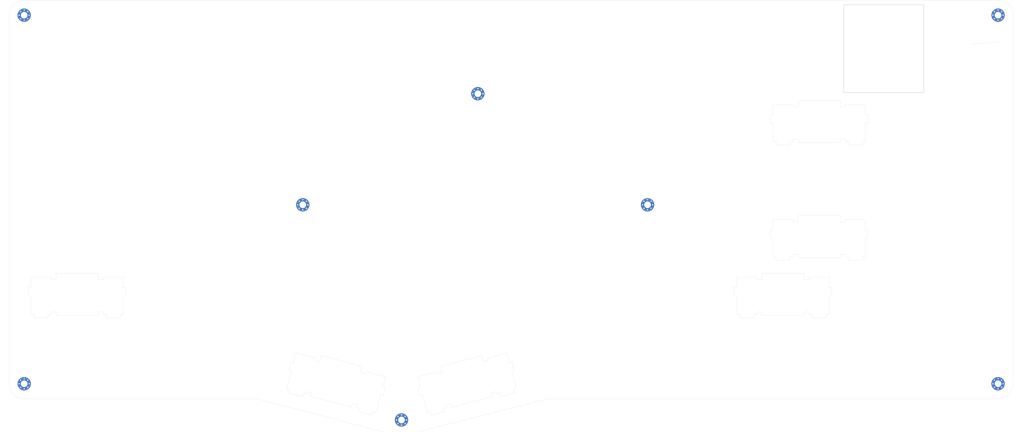
<source format=kicad_pcb>
(kicad_pcb (version 20171130) (host pcbnew 5.1.5+dfsg1-2build2)

  (general
    (thickness 1.6)
    (drawings 234)
    (tracks 0)
    (zones 0)
    (modules 8)
    (nets 2)
  )

  (page A3)
  (layers
    (0 F.Cu signal)
    (31 B.Cu signal)
    (32 B.Adhes user)
    (33 F.Adhes user)
    (34 B.Paste user)
    (35 F.Paste user)
    (36 B.SilkS user)
    (37 F.SilkS user)
    (38 B.Mask user)
    (39 F.Mask user)
    (40 Dwgs.User user)
    (41 Cmts.User user)
    (42 Eco1.User user)
    (43 Eco2.User user)
    (44 Edge.Cuts user)
    (45 Margin user)
    (46 B.CrtYd user)
    (47 F.CrtYd user)
    (48 B.Fab user)
    (49 F.Fab user)
  )

  (setup
    (last_trace_width 0.254)
    (user_trace_width 0.254)
    (trace_clearance 0.2)
    (zone_clearance 0.508)
    (zone_45_only no)
    (trace_min 0.2)
    (via_size 0.8)
    (via_drill 0.4)
    (via_min_size 0.4)
    (via_min_drill 0.3)
    (uvia_size 0.3)
    (uvia_drill 0.1)
    (uvias_allowed no)
    (uvia_min_size 0.2)
    (uvia_min_drill 0.1)
    (edge_width 0.05)
    (segment_width 0.2)
    (pcb_text_width 0.3)
    (pcb_text_size 1.5 1.5)
    (mod_edge_width 0.12)
    (mod_text_size 1 1)
    (mod_text_width 0.15)
    (pad_size 4.4 4.4)
    (pad_drill 2.2)
    (pad_to_mask_clearance 0.05)
    (aux_axis_origin 55.88 78.232)
    (grid_origin 55.89 78.232)
    (visible_elements 7FFFFFFF)
    (pcbplotparams
      (layerselection 0x010fc_ffffffff)
      (usegerberextensions false)
      (usegerberattributes true)
      (usegerberadvancedattributes true)
      (creategerberjobfile true)
      (excludeedgelayer true)
      (linewidth 0.100000)
      (plotframeref false)
      (viasonmask false)
      (mode 1)
      (useauxorigin false)
      (hpglpennumber 1)
      (hpglpenspeed 20)
      (hpglpendiameter 15.000000)
      (psnegative false)
      (psa4output false)
      (plotreference true)
      (plotvalue true)
      (plotinvisibletext false)
      (padsonsilk false)
      (subtractmaskfromsilk false)
      (outputformat 1)
      (mirror false)
      (drillshape 0)
      (scaleselection 1)
      (outputdirectory "gerber/"))
  )

  (net 0 "")
  (net 1 GND)

  (net_class Default "This is the default net class."
    (clearance 0.2)
    (trace_width 0.254)
    (via_dia 0.8)
    (via_drill 0.4)
    (uvia_dia 0.3)
    (uvia_drill 0.1)
  )

  (module keyboard:MountingHole_2.2mm_M2_Pad_Via (layer F.Cu) (tedit 613D0AD2) (tstamp 613D0ECB)
    (at 60.88 83.232)
    (descr "Mounting Hole 2.2mm, M2")
    (tags "mounting hole 2.2mm m2")
    (path /613EE8B0)
    (attr virtual)
    (fp_text reference MountBaseMiddleTop1 (at 0 -3.2) (layer F.SilkS) hide
      (effects (font (size 1 1) (thickness 0.15)))
    )
    (fp_text value MountingHole (at 0 3.2) (layer F.Fab)
      (effects (font (size 1 1) (thickness 0.15)))
    )
    (fp_circle (center 0 0) (end 2.2 0) (layer Cmts.User) (width 0.15))
    (fp_circle (center 0 0) (end 2.45 0) (layer F.CrtYd) (width 0.05))
    (fp_text user %R (at 0.3 0) (layer F.Fab)
      (effects (font (size 1 1) (thickness 0.15)))
    )
    (pad 1 thru_hole circle (at 1.166726 -1.166726) (size 0.7 0.7) (drill 0.4) (layers *.Cu *.Mask))
    (pad 1 thru_hole circle (at 0 -1.65) (size 0.7 0.7) (drill 0.4) (layers *.Cu *.Mask))
    (pad 1 thru_hole circle (at -1.166726 -1.166726) (size 0.7 0.7) (drill 0.4) (layers *.Cu *.Mask))
    (pad 1 thru_hole circle (at -1.65 0) (size 0.7 0.7) (drill 0.4) (layers *.Cu *.Mask))
    (pad 1 thru_hole circle (at -1.166726 1.166726) (size 0.7 0.7) (drill 0.4) (layers *.Cu *.Mask))
    (pad 1 thru_hole circle (at 0 1.65) (size 0.7 0.7) (drill 0.4) (layers *.Cu *.Mask))
    (pad 1 thru_hole circle (at 1.166726 1.166726) (size 0.7 0.7) (drill 0.4) (layers *.Cu *.Mask))
    (pad 1 thru_hole circle (at 1.65 0) (size 0.7 0.7) (drill 0.4) (layers *.Cu *.Mask))
    (pad 1 thru_hole circle (at 0 0) (size 4.4 4.4) (drill 2.2) (layers *.Cu *.Mask))
  )

  (module keyboard:MountingHole_2.2mm_M2_Pad_Via (layer F.Cu) (tedit 613D0AD2) (tstamp 613D0EDE)
    (at 60.89 205.232)
    (descr "Mounting Hole 2.2mm, M2")
    (tags "mounting hole 2.2mm m2")
    (path /613F05DB)
    (attr virtual)
    (fp_text reference MountBaseMiddleTop2 (at 0 -3.2) (layer F.SilkS) hide
      (effects (font (size 1 1) (thickness 0.15)))
    )
    (fp_text value MountingHole (at 0 3.2) (layer F.Fab)
      (effects (font (size 1 1) (thickness 0.15)))
    )
    (fp_circle (center 0 0) (end 2.2 0) (layer Cmts.User) (width 0.15))
    (fp_circle (center 0 0) (end 2.45 0) (layer F.CrtYd) (width 0.05))
    (fp_text user %R (at 0.3 0) (layer F.Fab)
      (effects (font (size 1 1) (thickness 0.15)))
    )
    (pad 1 thru_hole circle (at 1.166726 -1.166726) (size 0.7 0.7) (drill 0.4) (layers *.Cu *.Mask))
    (pad 1 thru_hole circle (at 0 -1.65) (size 0.7 0.7) (drill 0.4) (layers *.Cu *.Mask))
    (pad 1 thru_hole circle (at -1.166726 -1.166726) (size 0.7 0.7) (drill 0.4) (layers *.Cu *.Mask))
    (pad 1 thru_hole circle (at -1.65 0) (size 0.7 0.7) (drill 0.4) (layers *.Cu *.Mask))
    (pad 1 thru_hole circle (at -1.166726 1.166726) (size 0.7 0.7) (drill 0.4) (layers *.Cu *.Mask))
    (pad 1 thru_hole circle (at 0 1.65) (size 0.7 0.7) (drill 0.4) (layers *.Cu *.Mask))
    (pad 1 thru_hole circle (at 1.166726 1.166726) (size 0.7 0.7) (drill 0.4) (layers *.Cu *.Mask))
    (pad 1 thru_hole circle (at 1.65 0) (size 0.7 0.7) (drill 0.4) (layers *.Cu *.Mask))
    (pad 1 thru_hole circle (at 0 0) (size 4.4 4.4) (drill 2.2) (layers *.Cu *.Mask))
  )

  (module keyboard:MountingHole_2.2mm_M2_Pad_Via (layer F.Cu) (tedit 613D0AD2) (tstamp 613D98E4)
    (at 382.89 83.232)
    (descr "Mounting Hole 2.2mm, M2")
    (tags "mounting hole 2.2mm m2")
    (path /6140E5D0)
    (attr virtual)
    (fp_text reference MountBaseMiddleTop3 (at 0 -3.2) (layer F.SilkS) hide
      (effects (font (size 1 1) (thickness 0.15)))
    )
    (fp_text value MountingHole (at 0 3.2) (layer F.Fab)
      (effects (font (size 1 1) (thickness 0.15)))
    )
    (fp_circle (center 0 0) (end 2.2 0) (layer Cmts.User) (width 0.15))
    (fp_circle (center 0 0) (end 2.45 0) (layer F.CrtYd) (width 0.05))
    (fp_text user %R (at 0.3 0) (layer F.Fab)
      (effects (font (size 1 1) (thickness 0.15)))
    )
    (pad 1 thru_hole circle (at 1.166726 -1.166726) (size 0.7 0.7) (drill 0.4) (layers *.Cu *.Mask))
    (pad 1 thru_hole circle (at 0 -1.65) (size 0.7 0.7) (drill 0.4) (layers *.Cu *.Mask))
    (pad 1 thru_hole circle (at -1.166726 -1.166726) (size 0.7 0.7) (drill 0.4) (layers *.Cu *.Mask))
    (pad 1 thru_hole circle (at -1.65 0) (size 0.7 0.7) (drill 0.4) (layers *.Cu *.Mask))
    (pad 1 thru_hole circle (at -1.166726 1.166726) (size 0.7 0.7) (drill 0.4) (layers *.Cu *.Mask))
    (pad 1 thru_hole circle (at 0 1.65) (size 0.7 0.7) (drill 0.4) (layers *.Cu *.Mask))
    (pad 1 thru_hole circle (at 1.166726 1.166726) (size 0.7 0.7) (drill 0.4) (layers *.Cu *.Mask))
    (pad 1 thru_hole circle (at 1.65 0) (size 0.7 0.7) (drill 0.4) (layers *.Cu *.Mask))
    (pad 1 thru_hole circle (at 0 0) (size 4.4 4.4) (drill 2.2) (layers *.Cu *.Mask))
  )

  (module keyboard:MountingHole_2.2mm_M2_Pad_Via (layer F.Cu) (tedit 613D0AD2) (tstamp 613D9911)
    (at 382.89 205.232)
    (descr "Mounting Hole 2.2mm, M2")
    (tags "mounting hole 2.2mm m2")
    (path /6142C521)
    (attr virtual)
    (fp_text reference MountBaseMiddleTop4 (at 0 -3.2) (layer F.SilkS) hide
      (effects (font (size 1 1) (thickness 0.15)))
    )
    (fp_text value MountingHole (at 0 3.2) (layer F.Fab)
      (effects (font (size 1 1) (thickness 0.15)))
    )
    (fp_circle (center 0 0) (end 2.2 0) (layer Cmts.User) (width 0.15))
    (fp_circle (center 0 0) (end 2.45 0) (layer F.CrtYd) (width 0.05))
    (fp_text user %R (at 0.3 0) (layer F.Fab)
      (effects (font (size 1 1) (thickness 0.15)))
    )
    (pad 1 thru_hole circle (at 1.166726 -1.166726) (size 0.7 0.7) (drill 0.4) (layers *.Cu *.Mask))
    (pad 1 thru_hole circle (at 0 -1.65) (size 0.7 0.7) (drill 0.4) (layers *.Cu *.Mask))
    (pad 1 thru_hole circle (at -1.166726 -1.166726) (size 0.7 0.7) (drill 0.4) (layers *.Cu *.Mask))
    (pad 1 thru_hole circle (at -1.65 0) (size 0.7 0.7) (drill 0.4) (layers *.Cu *.Mask))
    (pad 1 thru_hole circle (at -1.166726 1.166726) (size 0.7 0.7) (drill 0.4) (layers *.Cu *.Mask))
    (pad 1 thru_hole circle (at 0 1.65) (size 0.7 0.7) (drill 0.4) (layers *.Cu *.Mask))
    (pad 1 thru_hole circle (at 1.166726 1.166726) (size 0.7 0.7) (drill 0.4) (layers *.Cu *.Mask))
    (pad 1 thru_hole circle (at 1.65 0) (size 0.7 0.7) (drill 0.4) (layers *.Cu *.Mask))
    (pad 1 thru_hole circle (at 0 0) (size 4.4 4.4) (drill 2.2) (layers *.Cu *.Mask))
  )

  (module keyboard:MountingHole_2.2mm_M2_Pad_Via (layer F.Cu) (tedit 613D0AD2) (tstamp 613D0F17)
    (at 267 146)
    (descr "Mounting Hole 2.2mm, M2")
    (tags "mounting hole 2.2mm m2")
    (path /6144A4AD)
    (attr virtual)
    (fp_text reference MountBaseMiddleTop5 (at 0 -3.2) (layer F.SilkS) hide
      (effects (font (size 1 1) (thickness 0.15)))
    )
    (fp_text value MountingHole (at 0 3.2) (layer F.Fab)
      (effects (font (size 1 1) (thickness 0.15)))
    )
    (fp_circle (center 0 0) (end 2.2 0) (layer Cmts.User) (width 0.15))
    (fp_circle (center 0 0) (end 2.45 0) (layer F.CrtYd) (width 0.05))
    (fp_text user %R (at 0.3 0) (layer F.Fab)
      (effects (font (size 1 1) (thickness 0.15)))
    )
    (pad 1 thru_hole circle (at 1.166726 -1.166726) (size 0.7 0.7) (drill 0.4) (layers *.Cu *.Mask))
    (pad 1 thru_hole circle (at 0 -1.65) (size 0.7 0.7) (drill 0.4) (layers *.Cu *.Mask))
    (pad 1 thru_hole circle (at -1.166726 -1.166726) (size 0.7 0.7) (drill 0.4) (layers *.Cu *.Mask))
    (pad 1 thru_hole circle (at -1.65 0) (size 0.7 0.7) (drill 0.4) (layers *.Cu *.Mask))
    (pad 1 thru_hole circle (at -1.166726 1.166726) (size 0.7 0.7) (drill 0.4) (layers *.Cu *.Mask))
    (pad 1 thru_hole circle (at 0 1.65) (size 0.7 0.7) (drill 0.4) (layers *.Cu *.Mask))
    (pad 1 thru_hole circle (at 1.166726 1.166726) (size 0.7 0.7) (drill 0.4) (layers *.Cu *.Mask))
    (pad 1 thru_hole circle (at 1.65 0) (size 0.7 0.7) (drill 0.4) (layers *.Cu *.Mask))
    (pad 1 thru_hole circle (at 0 0) (size 4.4 4.4) (drill 2.2) (layers *.Cu *.Mask))
  )

  (module keyboard:MountingHole_2.2mm_M2_Pad_Via (layer F.Cu) (tedit 613D0AD2) (tstamp 613D0F2A)
    (at 153 146)
    (descr "Mounting Hole 2.2mm, M2")
    (tags "mounting hole 2.2mm m2")
    (path /61468462)
    (attr virtual)
    (fp_text reference MountBaseMiddleTop6 (at 0 -3.2) (layer F.SilkS) hide
      (effects (font (size 1 1) (thickness 0.15)))
    )
    (fp_text value MountingHole (at 0 3.2) (layer F.Fab)
      (effects (font (size 1 1) (thickness 0.15)))
    )
    (fp_circle (center 0 0) (end 2.2 0) (layer Cmts.User) (width 0.15))
    (fp_circle (center 0 0) (end 2.45 0) (layer F.CrtYd) (width 0.05))
    (fp_text user %R (at 0.3 0) (layer F.Fab)
      (effects (font (size 1 1) (thickness 0.15)))
    )
    (pad 1 thru_hole circle (at 1.166726 -1.166726) (size 0.7 0.7) (drill 0.4) (layers *.Cu *.Mask))
    (pad 1 thru_hole circle (at 0 -1.65) (size 0.7 0.7) (drill 0.4) (layers *.Cu *.Mask))
    (pad 1 thru_hole circle (at -1.166726 -1.166726) (size 0.7 0.7) (drill 0.4) (layers *.Cu *.Mask))
    (pad 1 thru_hole circle (at -1.65 0) (size 0.7 0.7) (drill 0.4) (layers *.Cu *.Mask))
    (pad 1 thru_hole circle (at -1.166726 1.166726) (size 0.7 0.7) (drill 0.4) (layers *.Cu *.Mask))
    (pad 1 thru_hole circle (at 0 1.65) (size 0.7 0.7) (drill 0.4) (layers *.Cu *.Mask))
    (pad 1 thru_hole circle (at 1.166726 1.166726) (size 0.7 0.7) (drill 0.4) (layers *.Cu *.Mask))
    (pad 1 thru_hole circle (at 1.65 0) (size 0.7 0.7) (drill 0.4) (layers *.Cu *.Mask))
    (pad 1 thru_hole circle (at 0 0) (size 4.4 4.4) (drill 2.2) (layers *.Cu *.Mask))
  )

  (module keyboard:MountingHole_2.2mm_M2_Pad_Via (layer F.Cu) (tedit 613D0AD2) (tstamp 613D0F3D)
    (at 210.89 109.232)
    (descr "Mounting Hole 2.2mm, M2")
    (tags "mounting hole 2.2mm m2")
    (path /615C07FA)
    (attr virtual)
    (fp_text reference MountBaseMiddleTop7 (at 0 -3.2) (layer F.SilkS) hide
      (effects (font (size 1 1) (thickness 0.15)))
    )
    (fp_text value MountingHole (at 0 3.2) (layer F.Fab)
      (effects (font (size 1 1) (thickness 0.15)))
    )
    (fp_circle (center 0 0) (end 2.2 0) (layer Cmts.User) (width 0.15))
    (fp_circle (center 0 0) (end 2.45 0) (layer F.CrtYd) (width 0.05))
    (fp_text user %R (at 0.3 0) (layer F.Fab)
      (effects (font (size 1 1) (thickness 0.15)))
    )
    (pad 1 thru_hole circle (at 1.166726 -1.166726) (size 0.7 0.7) (drill 0.4) (layers *.Cu *.Mask))
    (pad 1 thru_hole circle (at 0 -1.65) (size 0.7 0.7) (drill 0.4) (layers *.Cu *.Mask))
    (pad 1 thru_hole circle (at -1.166726 -1.166726) (size 0.7 0.7) (drill 0.4) (layers *.Cu *.Mask))
    (pad 1 thru_hole circle (at -1.65 0) (size 0.7 0.7) (drill 0.4) (layers *.Cu *.Mask))
    (pad 1 thru_hole circle (at -1.166726 1.166726) (size 0.7 0.7) (drill 0.4) (layers *.Cu *.Mask))
    (pad 1 thru_hole circle (at 0 1.65) (size 0.7 0.7) (drill 0.4) (layers *.Cu *.Mask))
    (pad 1 thru_hole circle (at 1.166726 1.166726) (size 0.7 0.7) (drill 0.4) (layers *.Cu *.Mask))
    (pad 1 thru_hole circle (at 1.65 0) (size 0.7 0.7) (drill 0.4) (layers *.Cu *.Mask))
    (pad 1 thru_hole circle (at 0 0) (size 4.4 4.4) (drill 2.2) (layers *.Cu *.Mask))
  )

  (module keyboard:MountingHole_2.2mm_M2_Pad_Via (layer F.Cu) (tedit 613D0AD2) (tstamp 613D0F50)
    (at 185.65 217.232)
    (descr "Mounting Hole 2.2mm, M2")
    (tags "mounting hole 2.2mm m2")
    (path /615C0800)
    (attr virtual)
    (fp_text reference MountBaseMiddleTop8 (at 0 -3.2) (layer F.SilkS) hide
      (effects (font (size 1 1) (thickness 0.15)))
    )
    (fp_text value MountingHole (at 0 3.2) (layer F.Fab)
      (effects (font (size 1 1) (thickness 0.15)))
    )
    (fp_circle (center 0 0) (end 2.2 0) (layer Cmts.User) (width 0.15))
    (fp_circle (center 0 0) (end 2.45 0) (layer F.CrtYd) (width 0.05))
    (fp_text user %R (at 0.3 0) (layer F.Fab)
      (effects (font (size 1 1) (thickness 0.15)))
    )
    (pad 1 thru_hole circle (at 1.166726 -1.166726) (size 0.7 0.7) (drill 0.4) (layers *.Cu *.Mask))
    (pad 1 thru_hole circle (at 0 -1.65) (size 0.7 0.7) (drill 0.4) (layers *.Cu *.Mask))
    (pad 1 thru_hole circle (at -1.166726 -1.166726) (size 0.7 0.7) (drill 0.4) (layers *.Cu *.Mask))
    (pad 1 thru_hole circle (at -1.65 0) (size 0.7 0.7) (drill 0.4) (layers *.Cu *.Mask))
    (pad 1 thru_hole circle (at -1.166726 1.166726) (size 0.7 0.7) (drill 0.4) (layers *.Cu *.Mask))
    (pad 1 thru_hole circle (at 0 1.65) (size 0.7 0.7) (drill 0.4) (layers *.Cu *.Mask))
    (pad 1 thru_hole circle (at 1.166726 1.166726) (size 0.7 0.7) (drill 0.4) (layers *.Cu *.Mask))
    (pad 1 thru_hole circle (at 1.65 0) (size 0.7 0.7) (drill 0.4) (layers *.Cu *.Mask))
    (pad 1 thru_hole circle (at 0 0) (size 4.4 4.4) (drill 2.2) (layers *.Cu *.Mask))
  )

  (gr_line (start 373.97 92.92) (end 383.97 91.92) (layer Edge.Cuts) (width 0.05))
  (gr_line (start 218.534761 209.45944) (end 218.232357 208.330853) (layer Edge.Cuts) (width 0.05))
  (gr_line (start 222.187757 198.067401) (end 222.910898 200.766198) (layer Edge.Cuts) (width 0.05))
  (gr_line (start 201.958455 211.876255) (end 200.388246 212.296991) (layer Edge.Cuts) (width 0.05))
  (gr_line (start 222.64857 207.147532) (end 222.950974 208.27612) (layer Edge.Cuts) (width 0.05))
  (gr_line (start 202.260859 213.004843) (end 201.958455 211.876255) (layer Edge.Cuts) (width 0.05))
  (gr_line (start 222.076724 200.989714) (end 223.654485 206.877998) (layer Edge.Cuts) (width 0.05))
  (gr_line (start 191.863096 206.19287) (end 190.982179 202.905245) (layer Edge.Cuts) (width 0.05))
  (gr_line (start 198.645157 199.510859) (end 212.139141 195.895157) (layer Edge.Cuts) (width 0.05))
  (gr_line (start 199.190799 201.547224) (end 198.645157 199.510859) (layer Edge.Cuts) (width 0.05))
  (gr_line (start 190.982179 202.905245) (end 197.410222 201.182856) (layer Edge.Cuts) (width 0.05))
  (gr_line (start 194.163997 214.77995) (end 192.586236 208.891667) (layer Edge.Cuts) (width 0.05))
  (gr_line (start 212.139141 195.895157) (end 212.684783 197.931522) (layer Edge.Cuts) (width 0.05))
  (gr_line (start 218.232357 208.330853) (end 217.226442 208.600387) (layer Edge.Cuts) (width 0.05))
  (gr_line (start 199.586125 213.327096) (end 199.888529 214.455683) (layer Edge.Cuts) (width 0.05))
  (gr_line (start 197.62059 201.96796) (end 199.190799 201.547224) (layer Edge.Cuts) (width 0.05))
  (gr_line (start 215.452439 208.260553) (end 215.754843 209.389141) (layer Edge.Cuts) (width 0.05))
  (gr_line (start 220.472667 195.003292) (end 221.353584 198.290917) (layer Edge.Cuts) (width 0.05))
  (gr_line (start 217.226442 208.600387) (end 217.022648 207.839817) (layer Edge.Cuts) (width 0.05))
  (gr_line (start 199.888529 214.455683) (end 195.472316 215.639004) (layer Edge.Cuts) (width 0.05))
  (gr_line (start 221.353584 198.290917) (end 222.187757 198.067401) (layer Edge.Cuts) (width 0.05))
  (gr_line (start 195.169912 214.510416) (end 194.163997 214.77995) (layer Edge.Cuts) (width 0.05))
  (gr_line (start 223.654485 206.877998) (end 222.64857 207.147532) (layer Edge.Cuts) (width 0.05))
  (gr_line (start 222.950974 208.27612) (end 218.534761 209.45944) (layer Edge.Cuts) (width 0.05))
  (gr_line (start 214.044624 196.725681) (end 220.472667 195.003292) (layer Edge.Cuts) (width 0.05))
  (gr_line (start 195.472316 215.639004) (end 195.169912 214.510416) (layer Edge.Cuts) (width 0.05))
  (gr_line (start 191.028922 206.416386) (end 191.863096 206.19287) (layer Edge.Cuts) (width 0.05))
  (gr_line (start 215.754843 209.389141) (end 202.260859 213.004843) (layer Edge.Cuts) (width 0.05))
  (gr_line (start 217.022648 207.839817) (end 215.452439 208.260553) (layer Edge.Cuts) (width 0.05))
  (gr_line (start 212.684783 197.931522) (end 214.254992 197.510786) (layer Edge.Cuts) (width 0.05))
  (gr_line (start 214.254992 197.510786) (end 214.044624 196.725681) (layer Edge.Cuts) (width 0.05))
  (gr_line (start 197.410222 201.182856) (end 197.62059 201.96796) (layer Edge.Cuts) (width 0.05))
  (gr_line (start 200.59204 213.057561) (end 199.586125 213.327096) (layer Edge.Cuts) (width 0.05))
  (gr_line (start 200.388246 212.296991) (end 200.59204 213.057561) (layer Edge.Cuts) (width 0.05))
  (gr_line (start 222.910898 200.766198) (end 222.076724 200.989714) (layer Edge.Cuts) (width 0.05))
  (gr_line (start 192.586236 208.891667) (end 191.752062 209.115183) (layer Edge.Cuts) (width 0.05))
  (gr_line (start 191.752062 209.115183) (end 191.028922 206.416386) (layer Edge.Cuts) (width 0.05))
  (gr_line (start 171.411471 214.455683) (end 171.713875 213.327096) (layer Edge.Cuts) (width 0.05))
  (gr_line (start 180.271078 206.416386) (end 179.547938 209.115183) (layer Edge.Cuts) (width 0.05))
  (gr_line (start 155.847561 208.260553) (end 154.277352 207.839817) (layer Edge.Cuts) (width 0.05))
  (gr_line (start 176.130088 214.510416) (end 175.827684 215.639004) (layer Edge.Cuts) (width 0.05))
  (gr_line (start 155.545157 209.389141) (end 155.847561 208.260553) (layer Edge.Cuts) (width 0.05))
  (gr_line (start 178.713764 208.891667) (end 177.136003 214.77995) (layer Edge.Cuts) (width 0.05))
  (gr_line (start 149.946416 198.290917) (end 150.827333 195.003292) (layer Edge.Cuts) (width 0.05))
  (gr_line (start 159.160859 195.895157) (end 172.654843 199.510859) (layer Edge.Cuts) (width 0.05))
  (gr_line (start 158.615217 197.931522) (end 159.160859 195.895157) (layer Edge.Cuts) (width 0.05))
  (gr_line (start 150.827333 195.003292) (end 157.255376 196.725681) (layer Edge.Cuts) (width 0.05))
  (gr_line (start 147.645515 206.877998) (end 149.223276 200.989714) (layer Edge.Cuts) (width 0.05))
  (gr_line (start 172.654843 199.510859) (end 172.109201 201.547224) (layer Edge.Cuts) (width 0.05))
  (gr_line (start 171.713875 213.327096) (end 170.70796 213.057561) (layer Edge.Cuts) (width 0.05))
  (gr_line (start 153.067643 208.330853) (end 152.765239 209.45944) (layer Edge.Cuts) (width 0.05))
  (gr_line (start 157.045008 197.510786) (end 158.615217 197.931522) (layer Edge.Cuts) (width 0.05))
  (gr_line (start 169.341545 211.876255) (end 169.039141 213.004843) (layer Edge.Cuts) (width 0.05))
  (gr_line (start 180.317821 202.905245) (end 179.436904 206.19287) (layer Edge.Cuts) (width 0.05))
  (gr_line (start 170.70796 213.057561) (end 170.911754 212.296991) (layer Edge.Cuts) (width 0.05))
  (gr_line (start 152.765239 209.45944) (end 148.349026 208.27612) (layer Edge.Cuts) (width 0.05))
  (gr_line (start 179.436904 206.19287) (end 180.271078 206.416386) (layer Edge.Cuts) (width 0.05))
  (gr_line (start 148.65143 207.147532) (end 147.645515 206.877998) (layer Edge.Cuts) (width 0.05))
  (gr_line (start 177.136003 214.77995) (end 176.130088 214.510416) (layer Edge.Cuts) (width 0.05))
  (gr_line (start 175.827684 215.639004) (end 171.411471 214.455683) (layer Edge.Cuts) (width 0.05))
  (gr_line (start 173.889778 201.182856) (end 180.317821 202.905245) (layer Edge.Cuts) (width 0.05))
  (gr_line (start 148.349026 208.27612) (end 148.65143 207.147532) (layer Edge.Cuts) (width 0.05))
  (gr_line (start 149.112243 198.067401) (end 149.946416 198.290917) (layer Edge.Cuts) (width 0.05))
  (gr_line (start 169.039141 213.004843) (end 155.545157 209.389141) (layer Edge.Cuts) (width 0.05))
  (gr_line (start 170.911754 212.296991) (end 169.341545 211.876255) (layer Edge.Cuts) (width 0.05))
  (gr_line (start 172.109201 201.547224) (end 173.67941 201.96796) (layer Edge.Cuts) (width 0.05))
  (gr_line (start 173.67941 201.96796) (end 173.889778 201.182856) (layer Edge.Cuts) (width 0.05))
  (gr_line (start 157.255376 196.725681) (end 157.045008 197.510786) (layer Edge.Cuts) (width 0.05))
  (gr_line (start 154.073558 208.600387) (end 153.067643 208.330853) (layer Edge.Cuts) (width 0.05))
  (gr_line (start 154.277352 207.839817) (end 154.073558 208.600387) (layer Edge.Cuts) (width 0.05))
  (gr_line (start 179.547938 209.115183) (end 178.713764 208.891667) (layer Edge.Cuts) (width 0.05))
  (gr_line (start 149.223276 200.989714) (end 148.389102 200.766198) (layer Edge.Cuts) (width 0.05))
  (gr_line (start 148.389102 200.766198) (end 149.112243 198.067401) (layer Edge.Cuts) (width 0.05))
  (gr_line (start 333.352 164.3724) (end 333.352 163.204) (layer Edge.Cuts) (width 0.05))
  (gr_line (start 339.829 154.314) (end 339.829 157.108) (layer Edge.Cuts) (width 0.05))
  (gr_line (start 316.715 162.4166) (end 315.0894 162.4166) (layer Edge.Cuts) (width 0.05))
  (gr_line (start 337.924 163.204) (end 337.924 164.3724) (layer Edge.Cuts) (width 0.05))
  (gr_line (start 316.715 163.585) (end 316.715 162.4166) (layer Edge.Cuts) (width 0.05))
  (gr_line (start 338.9654 157.108) (end 338.9654 163.204) (layer Edge.Cuts) (width 0.05))
  (gr_line (start 308.4346 154.314) (end 308.4346 150.9104) (layer Edge.Cuts) (width 0.05))
  (gr_line (start 316.715 149.615) (end 330.685 149.615) (layer Edge.Cuts) (width 0.05))
  (gr_line (start 316.715 151.7232) (end 316.715 149.615) (layer Edge.Cuts) (width 0.05))
  (gr_line (start 308.4346 150.9104) (end 315.0894 150.9104) (layer Edge.Cuts) (width 0.05))
  (gr_line (start 308.4346 163.204) (end 308.4346 157.108) (layer Edge.Cuts) (width 0.05))
  (gr_line (start 330.685 149.615) (end 330.685 151.7232) (layer Edge.Cuts) (width 0.05))
  (gr_line (start 333.352 163.204) (end 332.3106 163.204) (layer Edge.Cuts) (width 0.05))
  (gr_line (start 314.048 163.204) (end 314.048 164.3724) (layer Edge.Cuts) (width 0.05))
  (gr_line (start 315.0894 151.7232) (end 316.715 151.7232) (layer Edge.Cuts) (width 0.05))
  (gr_line (start 330.685 162.4166) (end 330.685 163.585) (layer Edge.Cuts) (width 0.05))
  (gr_line (start 338.9654 150.9104) (end 338.9654 154.314) (layer Edge.Cuts) (width 0.05))
  (gr_line (start 332.3106 163.204) (end 332.3106 162.4166) (layer Edge.Cuts) (width 0.05))
  (gr_line (start 314.048 164.3724) (end 309.476 164.3724) (layer Edge.Cuts) (width 0.05))
  (gr_line (start 338.9654 154.314) (end 339.829 154.314) (layer Edge.Cuts) (width 0.05))
  (gr_line (start 309.476 163.204) (end 308.4346 163.204) (layer Edge.Cuts) (width 0.05))
  (gr_line (start 338.9654 163.204) (end 337.924 163.204) (layer Edge.Cuts) (width 0.05))
  (gr_line (start 337.924 164.3724) (end 333.352 164.3724) (layer Edge.Cuts) (width 0.05))
  (gr_line (start 332.3106 150.9104) (end 338.9654 150.9104) (layer Edge.Cuts) (width 0.05))
  (gr_line (start 309.476 164.3724) (end 309.476 163.204) (layer Edge.Cuts) (width 0.05))
  (gr_line (start 307.571 154.314) (end 308.4346 154.314) (layer Edge.Cuts) (width 0.05))
  (gr_line (start 330.685 163.585) (end 316.715 163.585) (layer Edge.Cuts) (width 0.05))
  (gr_line (start 332.3106 162.4166) (end 330.685 162.4166) (layer Edge.Cuts) (width 0.05))
  (gr_line (start 330.685 151.7232) (end 332.3106 151.7232) (layer Edge.Cuts) (width 0.05))
  (gr_line (start 332.3106 151.7232) (end 332.3106 150.9104) (layer Edge.Cuts) (width 0.05))
  (gr_line (start 315.0894 150.9104) (end 315.0894 151.7232) (layer Edge.Cuts) (width 0.05))
  (gr_line (start 315.0894 163.204) (end 314.048 163.204) (layer Edge.Cuts) (width 0.05))
  (gr_line (start 315.0894 162.4166) (end 315.0894 163.204) (layer Edge.Cuts) (width 0.05))
  (gr_line (start 339.829 157.108) (end 338.9654 157.108) (layer Edge.Cuts) (width 0.05))
  (gr_line (start 308.4346 157.108) (end 307.571 157.108) (layer Edge.Cuts) (width 0.05))
  (gr_line (start 307.571 157.108) (end 307.571 154.314) (layer Edge.Cuts) (width 0.05))
  (gr_line (start 333.402 126.2224) (end 333.402 125.054) (layer Edge.Cuts) (width 0.05))
  (gr_line (start 339.879 116.164) (end 339.879 118.958) (layer Edge.Cuts) (width 0.05))
  (gr_line (start 316.765 124.2666) (end 315.1394 124.2666) (layer Edge.Cuts) (width 0.05))
  (gr_line (start 337.974 125.054) (end 337.974 126.2224) (layer Edge.Cuts) (width 0.05))
  (gr_line (start 316.765 125.435) (end 316.765 124.2666) (layer Edge.Cuts) (width 0.05))
  (gr_line (start 339.0154 118.958) (end 339.0154 125.054) (layer Edge.Cuts) (width 0.05))
  (gr_line (start 308.4846 116.164) (end 308.4846 112.7604) (layer Edge.Cuts) (width 0.05))
  (gr_line (start 316.765 111.465) (end 330.735 111.465) (layer Edge.Cuts) (width 0.05))
  (gr_line (start 316.765 113.5732) (end 316.765 111.465) (layer Edge.Cuts) (width 0.05))
  (gr_line (start 308.4846 112.7604) (end 315.1394 112.7604) (layer Edge.Cuts) (width 0.05))
  (gr_line (start 308.4846 125.054) (end 308.4846 118.958) (layer Edge.Cuts) (width 0.05))
  (gr_line (start 330.735 111.465) (end 330.735 113.5732) (layer Edge.Cuts) (width 0.05))
  (gr_line (start 333.402 125.054) (end 332.3606 125.054) (layer Edge.Cuts) (width 0.05))
  (gr_line (start 314.098 125.054) (end 314.098 126.2224) (layer Edge.Cuts) (width 0.05))
  (gr_line (start 315.1394 113.5732) (end 316.765 113.5732) (layer Edge.Cuts) (width 0.05))
  (gr_line (start 330.735 124.2666) (end 330.735 125.435) (layer Edge.Cuts) (width 0.05))
  (gr_line (start 339.0154 112.7604) (end 339.0154 116.164) (layer Edge.Cuts) (width 0.05))
  (gr_line (start 332.3606 125.054) (end 332.3606 124.2666) (layer Edge.Cuts) (width 0.05))
  (gr_line (start 314.098 126.2224) (end 309.526 126.2224) (layer Edge.Cuts) (width 0.05))
  (gr_line (start 339.0154 116.164) (end 339.879 116.164) (layer Edge.Cuts) (width 0.05))
  (gr_line (start 309.526 125.054) (end 308.4846 125.054) (layer Edge.Cuts) (width 0.05))
  (gr_line (start 339.0154 125.054) (end 337.974 125.054) (layer Edge.Cuts) (width 0.05))
  (gr_line (start 337.974 126.2224) (end 333.402 126.2224) (layer Edge.Cuts) (width 0.05))
  (gr_line (start 332.3606 112.7604) (end 339.0154 112.7604) (layer Edge.Cuts) (width 0.05))
  (gr_line (start 309.526 126.2224) (end 309.526 125.054) (layer Edge.Cuts) (width 0.05))
  (gr_line (start 307.621 116.164) (end 308.4846 116.164) (layer Edge.Cuts) (width 0.05))
  (gr_line (start 330.735 125.435) (end 316.765 125.435) (layer Edge.Cuts) (width 0.05))
  (gr_line (start 332.3606 124.2666) (end 330.735 124.2666) (layer Edge.Cuts) (width 0.05))
  (gr_line (start 330.735 113.5732) (end 332.3606 113.5732) (layer Edge.Cuts) (width 0.05))
  (gr_line (start 332.3606 113.5732) (end 332.3606 112.7604) (layer Edge.Cuts) (width 0.05))
  (gr_line (start 315.1394 112.7604) (end 315.1394 113.5732) (layer Edge.Cuts) (width 0.05))
  (gr_line (start 315.1394 125.054) (end 314.098 125.054) (layer Edge.Cuts) (width 0.05))
  (gr_line (start 315.1394 124.2666) (end 315.1394 125.054) (layer Edge.Cuts) (width 0.05))
  (gr_line (start 339.879 118.958) (end 339.0154 118.958) (layer Edge.Cuts) (width 0.05))
  (gr_line (start 308.4846 118.958) (end 307.621 118.958) (layer Edge.Cuts) (width 0.05))
  (gr_line (start 307.621 118.958) (end 307.621 116.164) (layer Edge.Cuts) (width 0.05))
  (gr_line (start 62.271 176.158) (end 62.271 173.364) (layer Edge.Cuts) (width 0.05))
  (gr_line (start 63.1346 176.158) (end 62.271 176.158) (layer Edge.Cuts) (width 0.05))
  (gr_line (start 94.529 176.158) (end 93.6654 176.158) (layer Edge.Cuts) (width 0.05))
  (gr_line (start 69.7894 181.4666) (end 69.7894 182.254) (layer Edge.Cuts) (width 0.05))
  (gr_line (start 69.7894 182.254) (end 68.748 182.254) (layer Edge.Cuts) (width 0.05))
  (gr_line (start 69.7894 169.9604) (end 69.7894 170.7732) (layer Edge.Cuts) (width 0.05))
  (gr_line (start 87.0106 170.7732) (end 87.0106 169.9604) (layer Edge.Cuts) (width 0.05))
  (gr_line (start 85.385 170.7732) (end 87.0106 170.7732) (layer Edge.Cuts) (width 0.05))
  (gr_line (start 87.0106 181.4666) (end 85.385 181.4666) (layer Edge.Cuts) (width 0.05))
  (gr_line (start 85.385 182.635) (end 71.415 182.635) (layer Edge.Cuts) (width 0.05))
  (gr_line (start 62.271 173.364) (end 63.1346 173.364) (layer Edge.Cuts) (width 0.05))
  (gr_line (start 64.176 183.4224) (end 64.176 182.254) (layer Edge.Cuts) (width 0.05))
  (gr_line (start 87.0106 169.9604) (end 93.6654 169.9604) (layer Edge.Cuts) (width 0.05))
  (gr_line (start 92.624 183.4224) (end 88.052 183.4224) (layer Edge.Cuts) (width 0.05))
  (gr_line (start 93.6654 182.254) (end 92.624 182.254) (layer Edge.Cuts) (width 0.05))
  (gr_line (start 64.176 182.254) (end 63.1346 182.254) (layer Edge.Cuts) (width 0.05))
  (gr_line (start 93.6654 173.364) (end 94.529 173.364) (layer Edge.Cuts) (width 0.05))
  (gr_line (start 68.748 183.4224) (end 64.176 183.4224) (layer Edge.Cuts) (width 0.05))
  (gr_line (start 87.0106 182.254) (end 87.0106 181.4666) (layer Edge.Cuts) (width 0.05))
  (gr_line (start 93.6654 169.9604) (end 93.6654 173.364) (layer Edge.Cuts) (width 0.05))
  (gr_line (start 85.385 181.4666) (end 85.385 182.635) (layer Edge.Cuts) (width 0.05))
  (gr_line (start 69.7894 170.7732) (end 71.415 170.7732) (layer Edge.Cuts) (width 0.05))
  (gr_line (start 68.748 182.254) (end 68.748 183.4224) (layer Edge.Cuts) (width 0.05))
  (gr_line (start 88.052 182.254) (end 87.0106 182.254) (layer Edge.Cuts) (width 0.05))
  (gr_line (start 85.385 168.665) (end 85.385 170.7732) (layer Edge.Cuts) (width 0.05))
  (gr_line (start 63.1346 182.254) (end 63.1346 176.158) (layer Edge.Cuts) (width 0.05))
  (gr_line (start 63.1346 169.9604) (end 69.7894 169.9604) (layer Edge.Cuts) (width 0.05))
  (gr_line (start 71.415 170.7732) (end 71.415 168.665) (layer Edge.Cuts) (width 0.05))
  (gr_line (start 71.415 168.665) (end 85.385 168.665) (layer Edge.Cuts) (width 0.05))
  (gr_line (start 63.1346 173.364) (end 63.1346 169.9604) (layer Edge.Cuts) (width 0.05))
  (gr_line (start 93.6654 176.158) (end 93.6654 182.254) (layer Edge.Cuts) (width 0.05))
  (gr_line (start 71.415 182.635) (end 71.415 181.4666) (layer Edge.Cuts) (width 0.05))
  (gr_line (start 92.624 182.254) (end 92.624 183.4224) (layer Edge.Cuts) (width 0.05))
  (gr_line (start 71.415 181.4666) (end 69.7894 181.4666) (layer Edge.Cuts) (width 0.05))
  (gr_line (start 94.529 173.364) (end 94.529 176.158) (layer Edge.Cuts) (width 0.05))
  (gr_line (start 88.052 183.4224) (end 88.052 182.254) (layer Edge.Cuts) (width 0.05))
  (gr_line (start 295.671 176.158) (end 295.671 173.364) (layer Edge.Cuts) (width 0.05))
  (gr_line (start 296.5346 176.158) (end 295.671 176.158) (layer Edge.Cuts) (width 0.05))
  (gr_line (start 327.929 176.158) (end 327.0654 176.158) (layer Edge.Cuts) (width 0.05))
  (gr_line (start 303.1894 181.4666) (end 303.1894 182.254) (layer Edge.Cuts) (width 0.05))
  (gr_line (start 303.1894 182.254) (end 302.148 182.254) (layer Edge.Cuts) (width 0.05))
  (gr_line (start 303.1894 169.9604) (end 303.1894 170.7732) (layer Edge.Cuts) (width 0.05))
  (gr_line (start 320.4106 170.7732) (end 320.4106 169.9604) (layer Edge.Cuts) (width 0.05))
  (gr_line (start 318.785 170.7732) (end 320.4106 170.7732) (layer Edge.Cuts) (width 0.05))
  (gr_line (start 320.4106 181.4666) (end 318.785 181.4666) (layer Edge.Cuts) (width 0.05))
  (gr_line (start 318.785 182.635) (end 304.815 182.635) (layer Edge.Cuts) (width 0.05))
  (gr_line (start 295.671 173.364) (end 296.5346 173.364) (layer Edge.Cuts) (width 0.05))
  (gr_line (start 297.576 183.4224) (end 297.576 182.254) (layer Edge.Cuts) (width 0.05))
  (gr_line (start 320.4106 169.9604) (end 327.0654 169.9604) (layer Edge.Cuts) (width 0.05))
  (gr_line (start 326.024 183.4224) (end 321.452 183.4224) (layer Edge.Cuts) (width 0.05))
  (gr_line (start 327.0654 182.254) (end 326.024 182.254) (layer Edge.Cuts) (width 0.05))
  (gr_line (start 297.576 182.254) (end 296.5346 182.254) (layer Edge.Cuts) (width 0.05))
  (gr_line (start 327.0654 173.364) (end 327.929 173.364) (layer Edge.Cuts) (width 0.05))
  (gr_line (start 302.148 183.4224) (end 297.576 183.4224) (layer Edge.Cuts) (width 0.05))
  (gr_line (start 320.4106 182.254) (end 320.4106 181.4666) (layer Edge.Cuts) (width 0.05))
  (gr_line (start 327.0654 169.9604) (end 327.0654 173.364) (layer Edge.Cuts) (width 0.05))
  (gr_line (start 318.785 181.4666) (end 318.785 182.635) (layer Edge.Cuts) (width 0.05))
  (gr_line (start 303.1894 170.7732) (end 304.815 170.7732) (layer Edge.Cuts) (width 0.05))
  (gr_line (start 302.148 182.254) (end 302.148 183.4224) (layer Edge.Cuts) (width 0.05))
  (gr_line (start 321.452 182.254) (end 320.4106 182.254) (layer Edge.Cuts) (width 0.05))
  (gr_line (start 318.785 168.665) (end 318.785 170.7732) (layer Edge.Cuts) (width 0.05))
  (gr_line (start 296.5346 182.254) (end 296.5346 176.158) (layer Edge.Cuts) (width 0.05))
  (gr_line (start 296.5346 169.9604) (end 303.1894 169.9604) (layer Edge.Cuts) (width 0.05))
  (gr_line (start 304.815 170.7732) (end 304.815 168.665) (layer Edge.Cuts) (width 0.05))
  (gr_line (start 304.815 168.665) (end 318.785 168.665) (layer Edge.Cuts) (width 0.05))
  (gr_line (start 296.5346 173.364) (end 296.5346 169.9604) (layer Edge.Cuts) (width 0.05))
  (gr_line (start 327.0654 176.158) (end 327.0654 182.254) (layer Edge.Cuts) (width 0.05))
  (gr_line (start 304.815 182.635) (end 304.815 181.4666) (layer Edge.Cuts) (width 0.05))
  (gr_line (start 326.024 182.254) (end 326.024 183.4224) (layer Edge.Cuts) (width 0.05))
  (gr_line (start 304.815 181.4666) (end 303.1894 181.4666) (layer Edge.Cuts) (width 0.05))
  (gr_line (start 327.929 173.364) (end 327.929 176.158) (layer Edge.Cuts) (width 0.05))
  (gr_line (start 321.452 183.4224) (end 321.452 182.254) (layer Edge.Cuts) (width 0.05))
  (gr_line (start 137.89 210.232) (end 60.89 210.232) (layer Edge.Cuts) (width 0.05) (tstamp 613D753D))
  (gr_line (start 179.89 221.232) (end 137.89 210.232) (layer Edge.Cuts) (width 0.05))
  (gr_line (start 190.89 221.232) (end 179.89 221.232) (layer Edge.Cuts) (width 0.05))
  (gr_line (start 233.89 210.232) (end 190.89 221.232) (layer Edge.Cuts) (width 0.05))
  (gr_line (start 382.89 210.232) (end 233.89 210.232) (layer Edge.Cuts) (width 0.05))
  (gr_arc (start 382.89 83.232) (end 387.89 83.232) (angle -90) (layer Edge.Cuts) (width 0.05) (tstamp 613D9936))
  (gr_arc (start 60.89 83.232) (end 60.89 78.232) (angle -90) (layer Edge.Cuts) (width 0.05) (tstamp 613D74FB))
  (gr_arc (start 60.89 205.232) (end 55.89 205.232) (angle -90) (layer Edge.Cuts) (width 0.05) (tstamp 613D74FB))
  (gr_arc (start 382.89 205.232) (end 382.89 210.232) (angle -90) (layer Edge.Cuts) (width 0.05) (tstamp 613D9930))
  (gr_line (start 387.89 108.966) (end 387.89 83.232) (layer Edge.Cuts) (width 0.05) (tstamp 613D9933))
  (gr_line (start 331.844 108.822) (end 358.344 108.822) (layer Edge.Cuts) (width 0.15) (tstamp 61361D77))
  (gr_line (start 358.344 79.822) (end 358.344 108.822) (layer Edge.Cuts) (width 0.15) (tstamp 6133DAD8))
  (gr_line (start 331.844 79.822) (end 358.344 79.822) (layer Edge.Cuts) (width 0.15))
  (gr_line (start 331.844 108.822) (end 331.844 79.822) (layer Edge.Cuts) (width 0.15))
  (gr_line (start 382.89 78.232) (end 60.89 78.232) (layer Edge.Cuts) (width 0.05) (tstamp 6132191F))
  (gr_line (start 387.89 205.232) (end 387.89 108.966) (layer Edge.Cuts) (width 0.05) (tstamp 613D9939))
  (gr_line (start 55.89 83.232) (end 55.89 205.232) (layer Edge.Cuts) (width 0.05))

  (zone (net 1) (net_name GND) (layer B.Cu) (tstamp 613D4131) (hatch edge 0.508)
    (connect_pads (clearance 0.508))
    (min_thickness 0.254)
    (fill yes (arc_segments 32) (thermal_gap 0.508) (thermal_bridge_width 0.508))
    (polygon
      (pts
        (xy 387.89 210.232) (xy 233.89 210.232) (xy 190.89 221.232) (xy 179.89 221.232) (xy 137.89 210.232)
        (xy 55.89 210.232) (xy 55.89 78.232) (xy 387.89 78.232)
      )
    )
  )
  (zone (net 1) (net_name GND) (layer F.Cu) (tstamp 613D412E) (hatch edge 0.508)
    (connect_pads (clearance 0.508))
    (min_thickness 0.254)
    (fill yes (arc_segments 32) (thermal_gap 0.508) (thermal_bridge_width 0.508))
    (polygon
      (pts
        (xy 387.89 210.232) (xy 233.89 210.232) (xy 190.89 221.232) (xy 179.89 221.232) (xy 137.89 210.232)
        (xy 55.89 210.232) (xy 55.89 78.232) (xy 387.89 78.232)
      )
    )
  )
)

</source>
